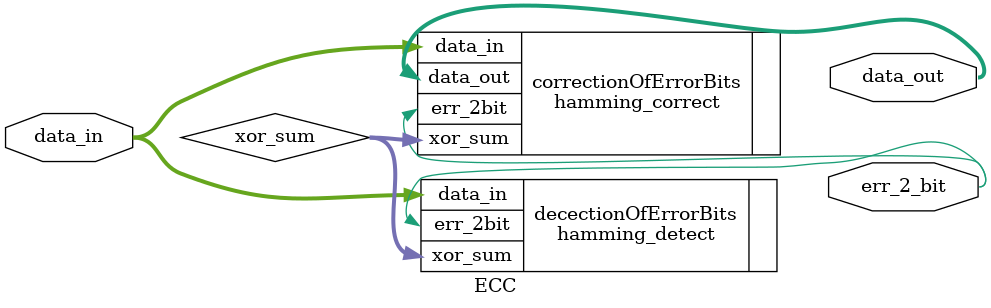
<source format=v>
module ECC(
  input [31:0] data_in,
  output [31:0] data_out,
  output err_2_bit);

wire [4:0] xor_sum;

hamming_detect decectionOfErrorBits(.data_in(data_in), .err_2bit(err_2_bit), .xor_sum(xor_sum));
hamming_correct correctionOfErrorBits(.data_in(data_in), .err_2bit(err_2_bit),.xor_sum(xor_sum),.data_out(data_out));

endmodule
</source>
